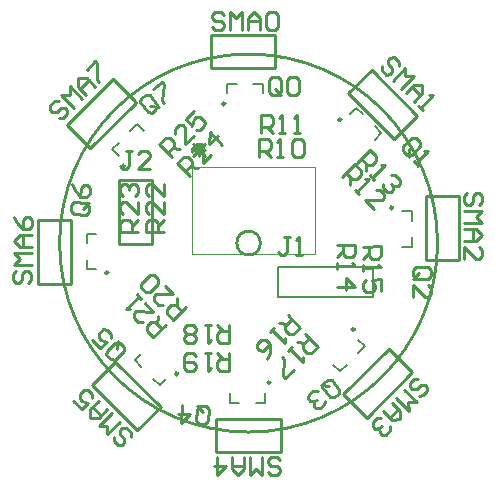
<source format=gto>
G04 Layer_Color=15132400*
%FSLAX25Y25*%
%MOIN*%
G70*
G01*
G75*
%ADD22C,0.00787*%
%ADD23C,0.01000*%
%ADD43C,0.00984*%
%ADD44C,0.00394*%
D22*
X249781Y346198D02*
X252008Y343971D01*
X249781Y346198D02*
X252008Y348425D01*
X258133Y354550D02*
X260360Y352323D01*
X255906Y352323D02*
X258133Y354550D01*
X241339Y306299D02*
X244488D01*
X241339D02*
Y309449D01*
Y318110D02*
X244488D01*
X241339Y314961D02*
Y318110D01*
X265613Y267497D02*
X267840Y269725D01*
X263386D02*
X265613Y267497D01*
X257261Y275849D02*
X259488Y278076D01*
X257261Y275849D02*
X259488Y273622D01*
X300905Y261811D02*
Y264961D01*
X297756Y261811D02*
X300905D01*
X289094D02*
Y264961D01*
Y261811D02*
X292244D01*
X331850Y282801D02*
X334077Y280574D01*
X331850Y278346D02*
X334077Y280574D01*
X323499Y274449D02*
X325726Y272222D01*
X327953Y274449D01*
X346457Y325590D02*
X349606D01*
Y322441D02*
Y325590D01*
X346457Y313779D02*
X349606D01*
Y316929D01*
X329010Y357835D02*
X331238Y360062D01*
X333465Y357835D01*
X337362Y349483D02*
X339589Y351710D01*
X337362Y353937D02*
X339589Y351710D01*
X288189Y364961D02*
Y368110D01*
X291339D01*
X300000Y364961D02*
Y368110D01*
X296850D02*
X300000D01*
X305118Y306968D02*
X336614D01*
X305118Y296969D02*
Y306968D01*
Y296969D02*
X336614D01*
Y306968D01*
D23*
X358268Y314961D02*
G03*
X358268Y314961I-62992J0D01*
G01*
X299213D02*
G03*
X299213Y314961I-3937J0D01*
G01*
X257417Y362157D02*
X257770Y361803D01*
X257417Y361450D02*
X257770Y361803D01*
X249992Y369581D02*
X257417Y362157D01*
X234789Y354379D02*
X249992Y369581D01*
X234789Y354379D02*
X242568Y346601D01*
X257417Y361450D01*
X235709Y322705D02*
X236209D01*
Y322205D02*
Y322705D01*
X225209D02*
X235709D01*
X225209Y301205D02*
Y322705D01*
Y301205D02*
X236209D01*
Y322205D01*
X250442Y275133D02*
X250795Y275487D01*
X251149Y275133D01*
X243017Y267709D02*
X250442Y275133D01*
X243017Y267709D02*
X258220Y252506D01*
X265998Y260284D01*
X251149Y275133D02*
X265998Y260284D01*
X284500Y255787D02*
Y256287D01*
X285000D01*
X284500Y245287D02*
Y255787D01*
Y245287D02*
X306000D01*
Y256287D01*
X285000D02*
X306000D01*
X326875Y264575D02*
X327229Y264221D01*
X326875Y264575D02*
X327229Y264928D01*
X327229Y264221D02*
X334653Y256797D01*
X349856Y271999D01*
X342078Y279778D02*
X349856Y271999D01*
X327229Y264928D02*
X342078Y279778D01*
X354343Y309185D02*
X354842D01*
X354343D02*
Y309685D01*
X354842Y309185D02*
X365342D01*
Y330685D01*
X354343D02*
X365342D01*
X354343Y309685D02*
Y330685D01*
X343693Y349710D02*
X344047Y350063D01*
X343339Y350063D02*
X343693Y349710D01*
X344047Y350063D02*
X351471Y357488D01*
X336268Y372691D02*
X351471Y357488D01*
X328490Y364913D02*
X336268Y372691D01*
X328490Y364913D02*
X343339Y350063D01*
X304201Y373240D02*
Y373740D01*
X303701Y373240D02*
X304201D01*
Y373740D02*
Y384240D01*
X282701D02*
X304201D01*
X282701Y373240D02*
Y384240D01*
Y373240D02*
X303701D01*
X262480Y336090D02*
X262980D01*
Y335591D02*
Y336090D01*
X251980D02*
X262480D01*
X251980Y314591D02*
Y336090D01*
Y314591D02*
X262980D01*
Y335591D01*
X232037Y362275D02*
X230624Y362289D01*
X229195Y360891D01*
X229180Y359477D01*
X229880Y358763D01*
X231293Y358748D01*
X232722Y360146D01*
X234136Y360132D01*
X234835Y359417D01*
X234820Y358004D01*
X233391Y356605D01*
X231978Y356620D01*
X236963Y360102D02*
X232766Y364388D01*
X235594Y364358D01*
X235624Y367185D01*
X239820Y362899D01*
X241248Y364298D02*
X238451Y367155D01*
X238481Y369983D01*
X241308Y369953D01*
X244106Y367096D01*
X242007Y369239D01*
X239150Y366441D01*
X241338Y372780D02*
X244195Y375578D01*
X244894Y374864D01*
X244835Y369209D01*
X245534Y368495D01*
X217896Y305647D02*
X216882Y304662D01*
X216852Y302663D01*
X217837Y301649D01*
X218836Y301634D01*
X219851Y302619D01*
X219880Y304618D01*
X220895Y305603D01*
X221894Y305588D01*
X222879Y304573D01*
X222849Y302574D01*
X221835Y301590D01*
X222923Y307572D02*
X216926Y307661D01*
X218955Y309631D01*
X216985Y311659D01*
X222983Y311571D01*
X223012Y313570D02*
X219014Y313629D01*
X217045Y315658D01*
X219074Y317627D01*
X223072Y317568D01*
X220073Y317612D01*
X220014Y313614D01*
X217163Y323654D02*
X218133Y321640D01*
X220103Y319612D01*
X222102Y319582D01*
X223116Y320567D01*
X223146Y322566D01*
X222161Y323580D01*
X221162Y323595D01*
X220147Y322610D01*
X220103Y319612D01*
X250333Y250457D02*
X250337Y249043D01*
X251755Y247633D01*
X253168Y247637D01*
X253873Y248346D01*
X253869Y249760D01*
X252452Y251169D01*
X252448Y252583D01*
X253153Y253292D01*
X254566Y253296D01*
X255984Y251886D01*
X255988Y250472D01*
X252440Y255411D02*
X248210Y251158D01*
X248203Y253985D01*
X245375Y253977D01*
X249605Y258230D01*
X248187Y259640D02*
X245367Y256805D01*
X242540Y256797D01*
X242532Y259625D01*
X245352Y262460D01*
X243237Y260333D01*
X246072Y257514D01*
X236869Y262436D02*
X239704Y259617D01*
X241819Y261743D01*
X239697Y262444D01*
X238988Y263149D01*
X238984Y264563D01*
X240394Y265981D01*
X241808Y265985D01*
X243225Y264575D01*
X243229Y263161D01*
X301631Y238702D02*
X302631Y237703D01*
X304630D01*
X305630Y238702D01*
Y239702D01*
X304630Y240702D01*
X302631D01*
X301631Y241701D01*
Y242701D01*
X302631Y243701D01*
X304630D01*
X305630Y242701D01*
X299632Y243701D02*
Y237703D01*
X297633Y239702D01*
X295633Y237703D01*
Y243701D01*
X293634D02*
Y239702D01*
X291634Y237703D01*
X289635Y239702D01*
Y243701D01*
Y240702D01*
X293634D01*
X284637Y243701D02*
Y237703D01*
X287636Y240702D01*
X283637D01*
X352060Y264132D02*
X353473Y264170D01*
X354848Y265622D01*
X354810Y267035D01*
X354084Y267722D01*
X352671Y267684D01*
X351296Y266233D01*
X349882Y266195D01*
X349157Y266882D01*
X349118Y268295D01*
X350494Y269747D01*
X351907Y269785D01*
X347056Y266118D02*
X351410Y261993D01*
X348584Y261917D01*
X348660Y259090D01*
X344306Y263215D01*
X342931Y261764D02*
X345834Y259014D01*
X345910Y256187D01*
X343084Y256111D01*
X340181Y258861D01*
X342358Y256798D01*
X345108Y259701D01*
X342434Y253972D02*
X342473Y252559D01*
X341097Y251107D01*
X339684Y251069D01*
X338959Y251757D01*
X338920Y253170D01*
X339608Y253895D01*
X338920Y253170D01*
X337507Y253132D01*
X336781Y253819D01*
X336743Y255232D01*
X338118Y256684D01*
X339531Y256722D01*
X371927Y327497D02*
X372927Y328497D01*
Y330496D01*
X371927Y331496D01*
X370928D01*
X369928Y330496D01*
Y328497D01*
X368929Y327497D01*
X367929D01*
X366929Y328497D01*
Y330496D01*
X367929Y331496D01*
X366929Y325498D02*
X372927D01*
X370928Y323499D01*
X372927Y321499D01*
X366929D01*
Y319500D02*
X370928D01*
X372927Y317501D01*
X370928Y315501D01*
X366929D01*
X369928D01*
Y319500D01*
X366929Y309503D02*
Y313502D01*
X370928Y309503D01*
X371927D01*
X372927Y310503D01*
Y312502D01*
X371927Y313502D01*
X345326Y374039D02*
X345303Y375453D01*
X343866Y376843D01*
X342452Y376820D01*
X341757Y376102D01*
X341780Y374688D01*
X343217Y373298D01*
X343240Y371884D01*
X342545Y371166D01*
X341131Y371143D01*
X339695Y372533D01*
X339672Y373947D01*
X343287Y369057D02*
X347458Y373367D01*
X347504Y370540D01*
X350331Y370587D01*
X346160Y366276D01*
X347597Y364886D02*
X350378Y367759D01*
X353205Y367806D01*
X353251Y364979D01*
X350470Y362105D01*
X352556Y364260D01*
X349682Y367041D01*
X351907Y360715D02*
X353344Y359324D01*
X352625Y360020D01*
X356797Y364330D01*
X355383Y364307D01*
X269685Y343701D02*
X265557Y348052D01*
X267733Y350116D01*
X269146Y350079D01*
X270522Y348629D01*
X270485Y347215D01*
X268309Y345151D01*
X269759Y346527D02*
X272586Y346453D01*
X276937Y350581D02*
X274036Y347829D01*
X274185Y353482D01*
X273497Y354207D01*
X272084Y354244D01*
X270633Y352868D01*
X270596Y351455D01*
X277161Y359061D02*
X274260Y356309D01*
X276324Y354133D01*
X277086Y356234D01*
X277811Y356922D01*
X279225Y356885D01*
X280601Y355435D01*
X280563Y354021D01*
X279113Y352645D01*
X277700Y352682D01*
X275590Y337402D02*
X271462Y341753D01*
X273638Y343817D01*
X275051Y343780D01*
X276427Y342329D01*
X276390Y340916D01*
X274215Y338852D01*
X275665Y340228D02*
X278491Y340154D01*
X282843Y344282D02*
X279942Y341530D01*
X280091Y347183D01*
X279403Y347908D01*
X277989Y347945D01*
X276539Y346569D01*
X276502Y345156D01*
X286469Y347722D02*
X282341Y352074D01*
X282229Y347834D01*
X285130Y350586D01*
X258268Y318504D02*
X252270D01*
Y321503D01*
X253269Y322503D01*
X255269D01*
X256268Y321503D01*
Y318504D01*
Y320503D02*
X258268Y322503D01*
Y328501D02*
Y324502D01*
X254269Y328501D01*
X253269D01*
X252270Y327501D01*
Y325502D01*
X253269Y324502D01*
Y330500D02*
X252270Y331500D01*
Y333499D01*
X253269Y334499D01*
X254269D01*
X255269Y333499D01*
Y332499D01*
Y333499D01*
X256268Y334499D01*
X257268D01*
X258268Y333499D01*
Y331500D01*
X257268Y330500D01*
X266929Y318504D02*
X260931D01*
Y321503D01*
X261931Y322503D01*
X263930D01*
X264930Y321503D01*
Y318504D01*
Y320503D02*
X266929Y322503D01*
Y328501D02*
Y324502D01*
X262930Y328501D01*
X261931D01*
X260931Y327501D01*
Y325502D01*
X261931Y324502D01*
X266929Y334499D02*
Y330500D01*
X262930Y334499D01*
X261931D01*
X260931Y333499D01*
Y331500D01*
X261931Y330500D01*
X267717Y287795D02*
X263398Y283632D01*
X261317Y285791D01*
X261343Y287205D01*
X262782Y288593D01*
X264196Y288567D01*
X266277Y286408D01*
X264890Y287847D02*
X264941Y290674D01*
X260778Y294992D02*
X263554Y292113D01*
X257899Y292217D01*
X257180Y291523D01*
X257154Y290109D01*
X258542Y288670D01*
X259955Y288644D01*
X259390Y296431D02*
X258003Y297871D01*
X258697Y297151D01*
X254379Y292988D01*
X255792Y292962D01*
X274409Y293701D02*
X270166Y289462D01*
X268046Y291583D01*
X268047Y292997D01*
X269462Y294410D01*
X270875Y294409D01*
X272995Y292288D01*
X271582Y293702D02*
X271583Y296530D01*
X267344Y300773D02*
X270170Y297944D01*
X264515Y297947D01*
X263808Y297241D01*
X263807Y295827D01*
X265220Y294412D01*
X266634Y294412D01*
X262395Y298655D02*
X260981Y298656D01*
X259568Y300070D01*
X259569Y301484D01*
X262398Y304310D01*
X263812Y304309D01*
X265225Y302895D01*
X265224Y301481D01*
X262395Y298655D01*
X288701Y278346D02*
Y272348D01*
X285702D01*
X284702Y273348D01*
Y275347D01*
X285702Y276347D01*
X288701D01*
X286701D02*
X284702Y278346D01*
X282703D02*
X280703D01*
X281703D01*
Y272348D01*
X282703Y273348D01*
X277704Y277347D02*
X276705Y278346D01*
X274705D01*
X273706Y277347D01*
Y273348D01*
X274705Y272348D01*
X276705D01*
X277704Y273348D01*
Y274348D01*
X276705Y275347D01*
X273706D01*
X288701Y287795D02*
Y281797D01*
X285702D01*
X284702Y282797D01*
Y284796D01*
X285702Y285796D01*
X288701D01*
X286701D02*
X284702Y287795D01*
X282703D02*
X280703D01*
X281703D01*
Y281797D01*
X282703Y282797D01*
X277704D02*
X276705Y281797D01*
X274705D01*
X273706Y282797D01*
Y283797D01*
X274705Y284796D01*
X273706Y285796D01*
Y286796D01*
X274705Y287795D01*
X276705D01*
X277704Y286796D01*
Y285796D01*
X276705Y284796D01*
X277704Y283797D01*
Y282797D01*
X276705Y284796D02*
X274705D01*
X314173Y284646D02*
X318343Y280334D01*
X316187Y278249D01*
X314774Y278273D01*
X313384Y279710D01*
X313407Y281124D01*
X315563Y283208D01*
X314126Y281819D02*
X311299Y281866D01*
X309862Y280476D02*
X308424Y279086D01*
X309143Y279781D01*
X313313Y275469D01*
X313337Y276883D01*
X310439Y272689D02*
X307564Y269910D01*
X306869Y270628D01*
X306964Y276282D01*
X306269Y277001D01*
X308268Y290945D02*
X312393Y286591D01*
X310216Y284528D01*
X308802Y284566D01*
X307427Y286018D01*
X307466Y287431D01*
X309643Y289493D01*
X308191Y288118D02*
X305365Y288195D01*
X303913Y286820D02*
X302462Y285445D01*
X303188Y286132D01*
X307313Y281778D01*
X307351Y283191D01*
X301507Y276278D02*
X302271Y278379D01*
X302347Y281205D01*
X300972Y282656D01*
X299559Y282695D01*
X298108Y281320D01*
X298070Y279906D01*
X298757Y279181D01*
X300170Y279142D01*
X302347Y281205D01*
X333465Y313779D02*
X339462Y313824D01*
X339485Y310825D01*
X338493Y309818D01*
X336493Y309803D01*
X335486Y310795D01*
X335464Y313794D01*
X335479Y311795D02*
X333494Y309781D01*
X333509Y307782D02*
X333524Y305782D01*
X333517Y306782D01*
X339515Y306827D01*
X338508Y307819D01*
X339575Y298830D02*
X339545Y302828D01*
X336546Y302806D01*
X337560Y300814D01*
X337568Y299814D01*
X336576Y298807D01*
X334576Y298792D01*
X333569Y299784D01*
X333554Y301784D01*
X334546Y302791D01*
X324803Y314173D02*
X330801D01*
Y311174D01*
X329802Y310174D01*
X327802D01*
X326802Y311174D01*
Y314173D01*
Y312174D02*
X324803Y310174D01*
Y308175D02*
Y306176D01*
Y307175D01*
X330801D01*
X329802Y308175D01*
X324803Y300178D02*
X330801D01*
X327802Y303177D01*
Y299178D01*
X331496Y341732D02*
X335737Y345973D01*
X337858Y343853D01*
Y342439D01*
X336444Y341025D01*
X335031D01*
X332910Y343146D01*
X334324Y341732D02*
Y338905D01*
X335737Y337491D02*
X337151Y336077D01*
X336444Y336784D01*
X340686Y341025D01*
X339272D01*
X342806Y337491D02*
X344220D01*
X345634Y336077D01*
Y334664D01*
X344927Y333957D01*
X343513D01*
X342806Y334664D01*
X343513Y333957D01*
Y332543D01*
X342806Y331836D01*
X341392D01*
X339979Y333250D01*
Y334664D01*
X326378Y337008D02*
X330619Y341249D01*
X332740Y339128D01*
Y337715D01*
X331326Y336301D01*
X329912D01*
X327792Y338422D01*
X329205Y337008D02*
Y334180D01*
X330619Y332767D02*
X332033Y331353D01*
X331326Y332060D01*
X335567Y336301D01*
X334154Y336301D01*
X336981Y326405D02*
X334154Y329232D01*
X339809D01*
X340515Y329939D01*
Y331353D01*
X339102Y332767D01*
X337688Y332767D01*
X349597Y344336D02*
X352425Y347164D01*
Y348577D01*
X351011Y349991D01*
X349597D01*
X346770Y347164D01*
Y345750D01*
X348184Y344336D01*
X348890Y346457D02*
Y343629D01*
X348184Y344336D02*
X349597D01*
X350304Y342215D02*
X351718Y340802D01*
X351011Y341509D01*
X355252Y345750D01*
X353839D01*
X351000Y303088D02*
X354998D01*
X355998Y304088D01*
Y306087D01*
X354998Y307087D01*
X351000D01*
X350000Y306087D01*
Y304088D01*
X351999Y305087D02*
X350000Y303088D01*
Y304088D02*
X351000Y303088D01*
X350000Y297090D02*
Y301089D01*
X353999Y297090D01*
X354998D01*
X355998Y298090D01*
Y300089D01*
X354998Y301089D01*
X319889Y266842D02*
X322334Y263679D01*
X323737Y263499D01*
X325318Y264722D01*
X325498Y266124D01*
X323052Y269288D01*
X321650Y269467D01*
X320068Y268245D01*
X322082Y267274D02*
X319277Y267633D01*
X320068Y268245D02*
X319889Y266842D01*
X320752Y262456D02*
X320573Y261053D01*
X318991Y259831D01*
X317589Y260010D01*
X316977Y260801D01*
X317157Y262203D01*
X317948Y262815D01*
X317157Y262203D01*
X315755Y262383D01*
X315143Y263174D01*
X315323Y264576D01*
X316904Y265799D01*
X318307Y265619D01*
X277976Y259776D02*
X277830Y255780D01*
X278793Y254745D01*
X280791Y254672D01*
X281826Y255635D01*
X281972Y259631D01*
X281009Y260666D01*
X279011Y260739D01*
X279937Y258705D02*
X278012Y260775D01*
X279011Y260739D02*
X277976Y259776D01*
X273017Y260957D02*
X272799Y254963D01*
X275905Y257851D01*
X271909Y257996D01*
X250876Y281776D02*
X247947Y279053D01*
X247896Y277641D01*
X249257Y276176D01*
X250670Y276125D01*
X253598Y278847D01*
X253650Y280260D01*
X252289Y281724D01*
X251505Y279631D02*
X251608Y282456D01*
X252289Y281724D02*
X250876Y281776D01*
X243131Y282766D02*
X245854Y279837D01*
X248050Y281879D01*
X245957Y282663D01*
X245276Y283395D01*
X245328Y284808D01*
X246793Y286169D01*
X248205Y286118D01*
X249567Y284653D01*
X249515Y283240D01*
X241209Y328428D02*
X237211Y328511D01*
X236191Y327532D01*
X236150Y325533D01*
X237129Y324513D01*
X241126Y324430D01*
X242147Y325409D01*
X242188Y327408D01*
X240168Y326450D02*
X242209Y328407D01*
X242188Y327408D02*
X241209Y328428D01*
X236336Y334528D02*
X237294Y332509D01*
X239252Y330468D01*
X241251Y330427D01*
X242271Y331406D01*
X242312Y333405D01*
X241334Y334425D01*
X240334Y334446D01*
X239314Y333467D01*
X239252Y330468D01*
X264770Y361100D02*
X262337Y364274D01*
X260935Y364459D01*
X259349Y363242D01*
X259163Y361841D01*
X261596Y358667D01*
X262998Y358482D01*
X264585Y359699D01*
X262575Y360677D02*
X265378Y360307D01*
X264585Y359699D02*
X264770Y361100D01*
X263315Y366283D02*
X266489Y368717D01*
X267097Y367923D01*
X266357Y362317D01*
X266965Y361523D01*
X287070Y390825D02*
X286070Y391825D01*
X284070D01*
X283071Y390825D01*
Y389826D01*
X284070Y388826D01*
X286070D01*
X287070Y387826D01*
Y386826D01*
X286070Y385827D01*
X284070D01*
X283071Y386826D01*
X289069Y385827D02*
Y391825D01*
X291068Y389826D01*
X293068Y391825D01*
Y385827D01*
X295067D02*
Y389826D01*
X297066Y391825D01*
X299066Y389826D01*
Y385827D01*
Y388826D01*
X295067D01*
X301065Y390825D02*
X302065Y391825D01*
X304064D01*
X305064Y390825D01*
Y386826D01*
X304064Y385827D01*
X302065D01*
X301065Y386826D01*
Y390825D01*
X299311Y351575D02*
Y357573D01*
X302310D01*
X303310Y356573D01*
Y354574D01*
X302310Y353574D01*
X299311D01*
X301310D02*
X303310Y351575D01*
X305309D02*
X307308D01*
X306309D01*
Y357573D01*
X305309Y356573D01*
X310308Y351575D02*
X312307D01*
X311307D01*
Y357573D01*
X310308Y356573D01*
X298917Y343701D02*
Y349699D01*
X301916D01*
X302916Y348699D01*
Y346700D01*
X301916Y345700D01*
X298917D01*
X300917D02*
X302916Y343701D01*
X304915D02*
X306915D01*
X305915D01*
Y349699D01*
X304915Y348699D01*
X309914D02*
X310913Y349699D01*
X312913D01*
X313913Y348699D01*
Y344701D01*
X312913Y343701D01*
X310913D01*
X309914Y344701D01*
Y348699D01*
X276694Y348024D02*
X280692Y344026D01*
X276694D02*
X280692Y348024D01*
X276694Y346025D02*
X280692D01*
X278693Y344026D02*
Y348024D01*
X305967Y365173D02*
Y369172D01*
X304967Y370171D01*
X302968D01*
X301969Y369172D01*
Y365173D01*
X302968Y364173D01*
X304967D01*
X303968Y366173D02*
X305967Y364173D01*
X304967D02*
X305967Y365173D01*
X307967Y369172D02*
X308966Y370171D01*
X310966D01*
X311965Y369172D01*
Y365173D01*
X310966Y364173D01*
X308966D01*
X307967Y365173D01*
Y369172D01*
X256453Y345611D02*
X254454D01*
X255453D01*
Y340612D01*
X254454Y339613D01*
X253454D01*
X252454Y340612D01*
X262451Y339613D02*
X258452D01*
X262451Y343611D01*
Y344611D01*
X261451Y345611D01*
X259452D01*
X258452Y344611D01*
X309094Y316911D02*
X307095D01*
X308094D01*
Y311913D01*
X307095Y310913D01*
X306095D01*
X305095Y311913D01*
X311093Y310913D02*
X313093D01*
X312093D01*
Y316911D01*
X311093Y315912D01*
D43*
X254170Y340630D02*
G03*
X254170Y340630I-492J0D01*
G01*
X248524Y305118D02*
G03*
X248524Y305118I-492J0D01*
G01*
X271673Y271395D02*
G03*
X271673Y271395I-492J0D01*
G01*
X302579Y268504D02*
G03*
X302579Y268504I-492J0D01*
G01*
X330672Y286141D02*
G03*
X330672Y286141I-492J0D01*
G01*
X343406Y326772D02*
G03*
X343406Y326772I-492J0D01*
G01*
X326162Y356164D02*
G03*
X326162Y356164I-492J0D01*
G01*
X287500Y361417D02*
G03*
X287500Y361417I-492J0D01*
G01*
D44*
X276445Y340189D02*
X317445D01*
X276445Y311189D02*
Y340189D01*
Y311189D02*
X317445D01*
Y340189D01*
M02*

</source>
